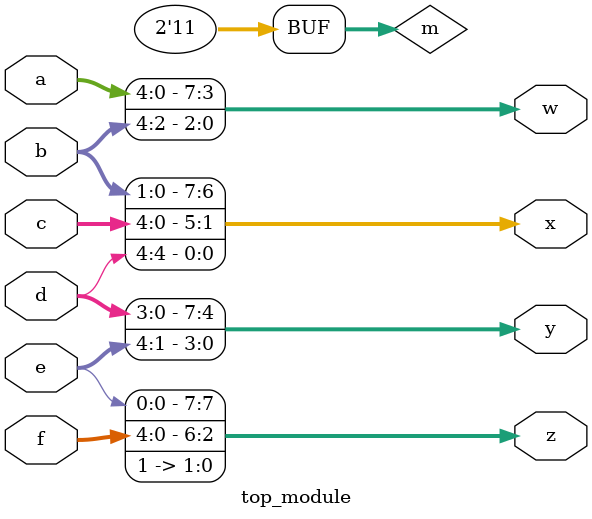
<source format=v>
module top_module (
    input [4:0] a, b, c, d, e, f,
    output [7:0] w, x, y, z );//
    wire [1:0] m ;
    assign m=2'b11;
    assign {w,x,y,z} = {a,b,c,d,e,f,m};

    

endmodule

</source>
